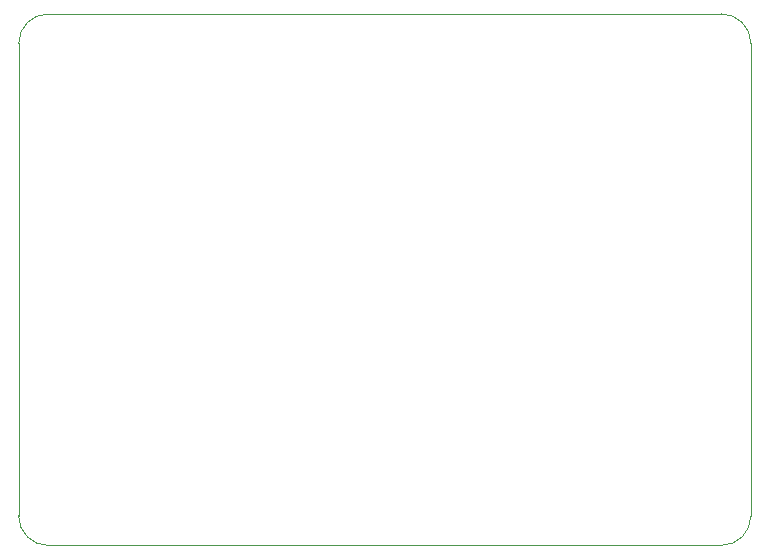
<source format=gm1>
G04 #@! TF.GenerationSoftware,KiCad,Pcbnew,8.0.7*
G04 #@! TF.CreationDate,2025-12-07T18:06:09-08:00*
G04 #@! TF.ProjectId,Pivot_Base,5069766f-745f-4426-9173-652e6b696361,rev?*
G04 #@! TF.SameCoordinates,Original*
G04 #@! TF.FileFunction,Profile,NP*
%FSLAX46Y46*%
G04 Gerber Fmt 4.6, Leading zero omitted, Abs format (unit mm)*
G04 Created by KiCad (PCBNEW 8.0.7) date 2025-12-07 18:06:09*
%MOMM*%
%LPD*%
G01*
G04 APERTURE LIST*
G04 #@! TA.AperFunction,Profile*
%ADD10C,0.050000*%
G04 #@! TD*
G04 APERTURE END LIST*
D10*
X209500000Y-100000000D02*
X152500000Y-100000000D01*
X152500000Y-145000000D02*
X209500000Y-145000000D01*
X212000000Y-142500000D02*
X212000000Y-102500000D01*
X212000000Y-142500000D02*
G75*
G02*
X209500000Y-145000000I-2500000J0D01*
G01*
X150000000Y-102500000D02*
X150000000Y-142500000D01*
X152500000Y-145000000D02*
G75*
G02*
X150000000Y-142500000I0J2500000D01*
G01*
X150000000Y-102500000D02*
G75*
G02*
X152500000Y-100000000I2500000J0D01*
G01*
X209500000Y-100000000D02*
G75*
G02*
X212000000Y-102500000I0J-2500000D01*
G01*
M02*

</source>
